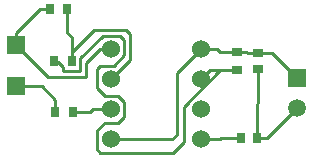
<source format=gtl>
%FSLAX44Y44*%
%MOMM*%
G71*
G01*
G75*
G04 Layer_Physical_Order=1*
G04 Layer_Color=255*
%ADD10R,0.9000X0.8000*%
%ADD11R,0.9000X0.7000*%
%ADD12R,0.7000X0.9000*%
%ADD13R,0.8000X0.9000*%
%ADD14R,1.5000X1.5000*%
%ADD15C,0.2540*%
%ADD16C,1.5240*%
%ADD17C,1.5000*%
D10*
X374650Y128890D02*
D03*
Y142890D02*
D03*
D11*
X356870Y128390D02*
D03*
Y143390D02*
D03*
D12*
X203320Y92710D02*
D03*
X218320D02*
D03*
X217050Y135890D02*
D03*
X202050D02*
D03*
D13*
X374030Y71120D02*
D03*
X360030D02*
D03*
X198740Y180340D02*
D03*
X212740D02*
D03*
D14*
X170180Y114580D02*
D03*
Y149580D02*
D03*
X407670Y121920D02*
D03*
D15*
X217050Y143510D02*
Y155956D01*
Y135890D02*
Y143510D01*
X343020Y128390D02*
X356870D01*
X334130D02*
X343020D01*
X311778Y97148D02*
X343020Y128390D01*
X202050Y134874D02*
X205860D01*
X170180Y149580D02*
X197261Y122500D01*
X229441D01*
Y134805D02*
X240685Y146050D01*
X229441Y122500D02*
Y134805D01*
X240685Y146050D02*
X250190D01*
X190620Y180340D02*
X198740D01*
X170180Y159900D02*
X190620Y180340D01*
X170180Y149580D02*
Y159900D01*
X202050Y134874D02*
Y135890D01*
X205860Y134874D02*
X209670Y131064D01*
Y127580D02*
Y131064D01*
Y127580D02*
X224361D01*
Y138252D01*
X243589Y157480D01*
X257810D01*
X261620Y153670D01*
Y140970D02*
Y153670D01*
X252730Y132080D02*
X261620Y140970D01*
X241420Y132080D02*
X252730D01*
X238760Y129420D02*
X241420Y132080D01*
X238760Y112896D02*
Y129420D01*
Y112896D02*
X244976Y106680D01*
X256660D01*
X261740Y101600D01*
Y88900D02*
Y101600D01*
X256660Y83820D02*
X261740Y88900D01*
X244976Y83820D02*
X256660D01*
X238626Y77470D02*
X244976Y83820D01*
X238626Y61214D02*
Y77470D01*
Y61214D02*
X241420Y58420D01*
X302888D01*
X311778Y67310D01*
Y97148D01*
X326390Y120650D02*
X334130Y128390D01*
X250190Y69850D02*
X302380D01*
X306284Y73754D01*
Y125944D01*
X326390Y146050D01*
X217050Y143510D02*
X236100Y162560D01*
X262890D01*
X266700Y158750D01*
Y137160D02*
Y158750D01*
X250190Y120650D02*
X266700Y137160D01*
X203320Y92710D02*
Y102870D01*
X191610Y114580D02*
X203320Y102870D01*
X170180Y114580D02*
X191610D01*
X374030Y71120D02*
X382270D01*
X407670Y96520D01*
X374650Y142890D02*
X386700D01*
X407670Y121920D01*
X374650Y100188D02*
Y128890D01*
X374030Y99568D02*
X374650Y100188D01*
X374030Y71120D02*
Y99568D01*
X212740Y160266D02*
Y180340D01*
Y160266D02*
X217050Y155956D01*
X342886Y143390D02*
X356870D01*
X340226Y146050D02*
X342886Y143390D01*
X326390Y146050D02*
X340226D01*
X365872Y142890D02*
X374650D01*
X365372Y143390D02*
X365872Y142890D01*
X356870Y143390D02*
X365372D01*
X343782Y71120D02*
X360030D01*
X342512Y69850D02*
X343782Y71120D01*
X326390Y69850D02*
X342512D01*
X235324Y95250D02*
X250190D01*
X232784Y92710D02*
X235324Y95250D01*
X218320Y92710D02*
X232784D01*
D16*
X326390Y146050D02*
D03*
Y120650D02*
D03*
Y95250D02*
D03*
Y69850D02*
D03*
X250190D02*
D03*
Y95250D02*
D03*
Y120650D02*
D03*
Y146050D02*
D03*
D03*
D17*
X407670Y96520D02*
D03*
M02*

</source>
